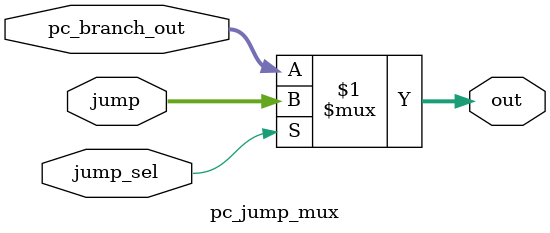
<source format=v>

module pc_jump_mux (
    input [31:0] jump,
    input [31:0] pc_branch_out,
    input jump_sel,
    output [31:0] out
);

assign out = (jump_sel) ? jump : pc_branch_out;

endmodule
</source>
